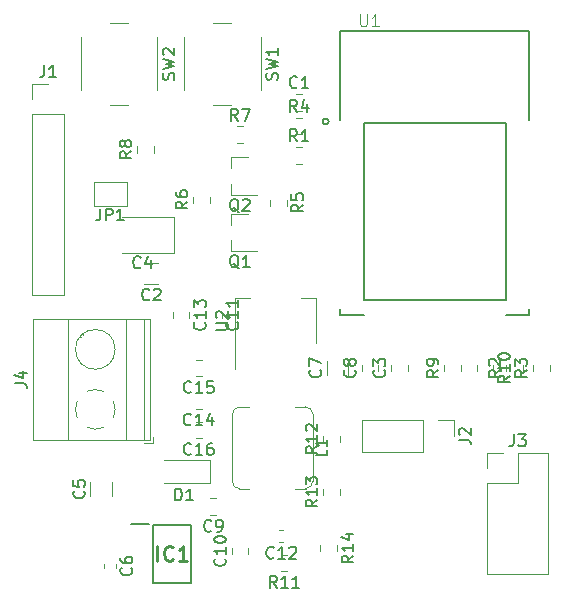
<source format=gbr>
G04 #@! TF.GenerationSoftware,KiCad,Pcbnew,(5.1.5)-3*
G04 #@! TF.CreationDate,2021-01-02T11:20:14+01:00*
G04 #@! TF.ProjectId,esp12Board,65737031-3242-46f6-9172-642e6b696361,rev?*
G04 #@! TF.SameCoordinates,Original*
G04 #@! TF.FileFunction,Legend,Top*
G04 #@! TF.FilePolarity,Positive*
%FSLAX46Y46*%
G04 Gerber Fmt 4.6, Leading zero omitted, Abs format (unit mm)*
G04 Created by KiCad (PCBNEW (5.1.5)-3) date 2021-01-02 11:20:14*
%MOMM*%
%LPD*%
G04 APERTURE LIST*
%ADD10C,0.120000*%
%ADD11C,0.127000*%
%ADD12C,0.200000*%
%ADD13C,0.150000*%
%ADD14C,0.015000*%
%ADD15C,0.254000*%
G04 APERTURE END LIST*
D10*
X40900000Y-72090000D02*
X40900000Y-71590000D01*
X40160000Y-72090000D02*
X40900000Y-72090000D01*
X37023000Y-65397000D02*
X37069000Y-65444000D01*
X34725000Y-63100000D02*
X34761000Y-63135000D01*
X37239000Y-65204000D02*
X37274000Y-65239000D01*
X34931000Y-62895000D02*
X34977000Y-62942000D01*
X30739000Y-61570000D02*
X40660000Y-61570000D01*
X30739000Y-71850000D02*
X40660000Y-71850000D01*
X40660000Y-71850000D02*
X40660000Y-61570000D01*
X30739000Y-71850000D02*
X30739000Y-61570000D01*
X33699000Y-71850000D02*
X33699000Y-61570000D01*
X38600000Y-71850000D02*
X38600000Y-61570000D01*
X40100000Y-71850000D02*
X40100000Y-61570000D01*
X37680000Y-64170000D02*
G75*
G03X37680000Y-64170000I-1680000J0D01*
G01*
X37680253Y-69221195D02*
G75*
G02X37535000Y-69934000I-1680253J-28805D01*
G01*
X36683042Y-70785426D02*
G75*
G02X35316000Y-70785000I-683042J1535426D01*
G01*
X34464574Y-69933042D02*
G75*
G02X34465000Y-68566000I1535426J683042D01*
G01*
X35316958Y-67714574D02*
G75*
G02X36684000Y-67715000I683042J-1535426D01*
G01*
X37534756Y-68566682D02*
G75*
G02X37680000Y-69250000I-1534756J-683318D01*
G01*
X47840000Y-65850000D02*
X47840000Y-59840000D01*
X54660000Y-63600000D02*
X54660000Y-59840000D01*
X47840000Y-59840000D02*
X49100000Y-59840000D01*
X54660000Y-59840000D02*
X53400000Y-59840000D01*
D11*
X55750000Y-44875000D02*
G75*
G03X55750000Y-44875000I-250000J0D01*
G01*
X72750000Y-61250000D02*
X70750000Y-61250000D01*
X72750000Y-60750000D02*
X72750000Y-61250000D01*
X56750000Y-61250000D02*
X58750000Y-61250000D01*
X56750000Y-60750000D02*
X56750000Y-61250000D01*
X72750000Y-37250000D02*
X72750000Y-44750000D01*
X56750000Y-37250000D02*
X72750000Y-37250000D01*
X56750000Y-44750000D02*
X56750000Y-37250000D01*
X58750000Y-60010000D02*
X58750000Y-45010000D01*
X70750000Y-60010000D02*
X58750000Y-60010000D01*
X70750000Y-45010000D02*
X70750000Y-60010000D01*
X58750000Y-45010000D02*
X70750000Y-45010000D01*
D10*
X37250000Y-43500000D02*
X38750000Y-43500000D01*
X41250000Y-42250000D02*
X41250000Y-37750000D01*
X38750000Y-36500000D02*
X37250000Y-36500000D01*
X34750000Y-37750000D02*
X34750000Y-42250000D01*
X46000000Y-43500000D02*
X47500000Y-43500000D01*
X50000000Y-42250000D02*
X50000000Y-37750000D01*
X47500000Y-36500000D02*
X46000000Y-36500000D01*
X43500000Y-37750000D02*
X43500000Y-42250000D01*
X55040000Y-80738748D02*
X55040000Y-81261252D01*
X56460000Y-80738748D02*
X56460000Y-81261252D01*
X56710000Y-76511252D02*
X56710000Y-75988748D01*
X55290000Y-76511252D02*
X55290000Y-75988748D01*
X56710000Y-72011252D02*
X56710000Y-71488748D01*
X55290000Y-72011252D02*
X55290000Y-71488748D01*
X52261252Y-81540000D02*
X51738748Y-81540000D01*
X52261252Y-82960000D02*
X51738748Y-82960000D01*
X68290000Y-65488748D02*
X68290000Y-66011252D01*
X69710000Y-65488748D02*
X69710000Y-66011252D01*
X66960000Y-66011252D02*
X66960000Y-65488748D01*
X65540000Y-66011252D02*
X65540000Y-65488748D01*
X40960000Y-47511252D02*
X40960000Y-46988748D01*
X39540000Y-47511252D02*
X39540000Y-46988748D01*
X47988748Y-46710000D02*
X48511252Y-46710000D01*
X47988748Y-45290000D02*
X48511252Y-45290000D01*
X45710000Y-51761252D02*
X45710000Y-51238748D01*
X44290000Y-51761252D02*
X44290000Y-51238748D01*
X50790000Y-51488748D02*
X50790000Y-52011252D01*
X52210000Y-51488748D02*
X52210000Y-52011252D01*
X52988748Y-45960000D02*
X53511252Y-45960000D01*
X52988748Y-44540000D02*
X53511252Y-44540000D01*
X74460000Y-66011252D02*
X74460000Y-65488748D01*
X73040000Y-66011252D02*
X73040000Y-65488748D01*
X72210000Y-66011252D02*
X72210000Y-65488748D01*
X70790000Y-66011252D02*
X70790000Y-65488748D01*
X52988748Y-48460000D02*
X53511252Y-48460000D01*
X52988748Y-47040000D02*
X53511252Y-47040000D01*
X47490000Y-47920000D02*
X48950000Y-47920000D01*
X47490000Y-51080000D02*
X49650000Y-51080000D01*
X47490000Y-51080000D02*
X47490000Y-50150000D01*
X47490000Y-47920000D02*
X47490000Y-48850000D01*
X47490000Y-52670000D02*
X48950000Y-52670000D01*
X47490000Y-55830000D02*
X49650000Y-55830000D01*
X47490000Y-55830000D02*
X47490000Y-54900000D01*
X47490000Y-52670000D02*
X47490000Y-53600000D01*
X52950000Y-69040000D02*
X53800000Y-69040000D01*
X53800000Y-75960000D02*
X52950000Y-75960000D01*
X48250000Y-69040000D02*
X49050000Y-69040000D01*
X47590000Y-75350000D02*
X47590000Y-69700000D01*
X49050000Y-75960000D02*
X48200000Y-75960000D01*
X48200000Y-75960000D02*
G75*
G02X47590000Y-75350000I0J610000D01*
G01*
X47590000Y-69700000D02*
G75*
G02X48250000Y-69040000I660000J0D01*
G01*
X54410000Y-69650000D02*
X54410000Y-75350000D01*
X54410000Y-75350000D02*
G75*
G02X53800000Y-75960000I-610000J0D01*
G01*
X53800000Y-69040000D02*
G75*
G02X54410000Y-69650000I0J-610000D01*
G01*
X38650000Y-52000000D02*
X35850000Y-52000000D01*
X35850000Y-52000000D02*
X35850000Y-50000000D01*
X35850000Y-50000000D02*
X38650000Y-50000000D01*
X38650000Y-50000000D02*
X38650000Y-52000000D01*
X69170000Y-72920000D02*
X70500000Y-72920000D01*
X69170000Y-74250000D02*
X69170000Y-72920000D01*
X71770000Y-72920000D02*
X74370000Y-72920000D01*
X71770000Y-75520000D02*
X71770000Y-72920000D01*
X69170000Y-75520000D02*
X71770000Y-75520000D01*
X74370000Y-72920000D02*
X74370000Y-83200000D01*
X69170000Y-75520000D02*
X69170000Y-83200000D01*
X69170000Y-83200000D02*
X74370000Y-83200000D01*
X66330000Y-70170000D02*
X66330000Y-71500000D01*
X65000000Y-70170000D02*
X66330000Y-70170000D01*
X63730000Y-70170000D02*
X63730000Y-72830000D01*
X63730000Y-72830000D02*
X58590000Y-72830000D01*
X63730000Y-70170000D02*
X58590000Y-70170000D01*
X58590000Y-70170000D02*
X58590000Y-72830000D01*
X30670000Y-41670000D02*
X32000000Y-41670000D01*
X30670000Y-43000000D02*
X30670000Y-41670000D01*
X30670000Y-44270000D02*
X33330000Y-44270000D01*
X33330000Y-44270000D02*
X33330000Y-59570000D01*
X30670000Y-44270000D02*
X30670000Y-59570000D01*
X30670000Y-59570000D02*
X33330000Y-59570000D01*
D12*
X39025000Y-78920000D02*
X40550000Y-78920000D01*
X40900000Y-83950000D02*
X40900000Y-79050000D01*
X44100000Y-83950000D02*
X40900000Y-83950000D01*
X44100000Y-79050000D02*
X44100000Y-83950000D01*
X40900000Y-79050000D02*
X44100000Y-79050000D01*
D10*
X45750000Y-75500000D02*
X41850000Y-75500000D01*
X45750000Y-73500000D02*
X41850000Y-73500000D01*
X45750000Y-75500000D02*
X45750000Y-73500000D01*
X45011252Y-70290000D02*
X44488748Y-70290000D01*
X45011252Y-71710000D02*
X44488748Y-71710000D01*
X45011252Y-65040000D02*
X44488748Y-65040000D01*
X45011252Y-66460000D02*
X44488748Y-66460000D01*
X45011252Y-67790000D02*
X44488748Y-67790000D01*
X45011252Y-69210000D02*
X44488748Y-69210000D01*
X42540000Y-60988748D02*
X42540000Y-61511252D01*
X43960000Y-60988748D02*
X43960000Y-61511252D01*
X51921267Y-79490000D02*
X51578733Y-79490000D01*
X51921267Y-80510000D02*
X51578733Y-80510000D01*
X45290000Y-60988748D02*
X45290000Y-61511252D01*
X46710000Y-60988748D02*
X46710000Y-61511252D01*
X48960000Y-81511252D02*
X48960000Y-80988748D01*
X47540000Y-81511252D02*
X47540000Y-80988748D01*
X46261252Y-76790000D02*
X45738748Y-76790000D01*
X46261252Y-78210000D02*
X45738748Y-78210000D01*
X59960000Y-66011252D02*
X59960000Y-65488748D01*
X58540000Y-66011252D02*
X58540000Y-65488748D01*
X57410000Y-66352064D02*
X57410000Y-65147936D01*
X55590000Y-66352064D02*
X55590000Y-65147936D01*
X36740000Y-82328733D02*
X36740000Y-82671267D01*
X37760000Y-82328733D02*
X37760000Y-82671267D01*
X37410000Y-76602064D02*
X37410000Y-75397936D01*
X35590000Y-76602064D02*
X35590000Y-75397936D01*
X42635000Y-52990000D02*
X38250000Y-52990000D01*
X42635000Y-56010000D02*
X42635000Y-52990000D01*
X38250000Y-56010000D02*
X42635000Y-56010000D01*
X62460000Y-66011252D02*
X62460000Y-65488748D01*
X61040000Y-66011252D02*
X61040000Y-65488748D01*
X41352064Y-56840000D02*
X40147936Y-56840000D01*
X41352064Y-58660000D02*
X40147936Y-58660000D01*
X52988748Y-43960000D02*
X53511252Y-43960000D01*
X52988748Y-42540000D02*
X53511252Y-42540000D01*
D13*
X29192380Y-67043333D02*
X29906666Y-67043333D01*
X30049523Y-67090952D01*
X30144761Y-67186190D01*
X30192380Y-67329047D01*
X30192380Y-67424285D01*
X29525714Y-66138571D02*
X30192380Y-66138571D01*
X29144761Y-66376666D02*
X29859047Y-66614761D01*
X29859047Y-65995714D01*
X46202380Y-62511904D02*
X47011904Y-62511904D01*
X47107142Y-62464285D01*
X47154761Y-62416666D01*
X47202380Y-62321428D01*
X47202380Y-62130952D01*
X47154761Y-62035714D01*
X47107142Y-61988095D01*
X47011904Y-61940476D01*
X46202380Y-61940476D01*
X46297619Y-61511904D02*
X46250000Y-61464285D01*
X46202380Y-61369047D01*
X46202380Y-61130952D01*
X46250000Y-61035714D01*
X46297619Y-60988095D01*
X46392857Y-60940476D01*
X46488095Y-60940476D01*
X46630952Y-60988095D01*
X47202380Y-61559523D01*
X47202380Y-60940476D01*
D14*
X58408217Y-35804368D02*
X58408217Y-36614516D01*
X58455872Y-36709828D01*
X58503528Y-36757484D01*
X58598840Y-36805140D01*
X58789463Y-36805140D01*
X58884775Y-36757484D01*
X58932430Y-36709828D01*
X58980086Y-36614516D01*
X58980086Y-35804368D01*
X59980858Y-36805140D02*
X59408989Y-36805140D01*
X59694923Y-36805140D02*
X59694923Y-35804368D01*
X59599612Y-35947335D01*
X59504300Y-36042647D01*
X59408989Y-36090303D01*
D13*
X42654761Y-41333333D02*
X42702380Y-41190476D01*
X42702380Y-40952380D01*
X42654761Y-40857142D01*
X42607142Y-40809523D01*
X42511904Y-40761904D01*
X42416666Y-40761904D01*
X42321428Y-40809523D01*
X42273809Y-40857142D01*
X42226190Y-40952380D01*
X42178571Y-41142857D01*
X42130952Y-41238095D01*
X42083333Y-41285714D01*
X41988095Y-41333333D01*
X41892857Y-41333333D01*
X41797619Y-41285714D01*
X41750000Y-41238095D01*
X41702380Y-41142857D01*
X41702380Y-40904761D01*
X41750000Y-40761904D01*
X41702380Y-40428571D02*
X42702380Y-40190476D01*
X41988095Y-40000000D01*
X42702380Y-39809523D01*
X41702380Y-39571428D01*
X41797619Y-39238095D02*
X41750000Y-39190476D01*
X41702380Y-39095238D01*
X41702380Y-38857142D01*
X41750000Y-38761904D01*
X41797619Y-38714285D01*
X41892857Y-38666666D01*
X41988095Y-38666666D01*
X42130952Y-38714285D01*
X42702380Y-39285714D01*
X42702380Y-38666666D01*
X51404761Y-41333333D02*
X51452380Y-41190476D01*
X51452380Y-40952380D01*
X51404761Y-40857142D01*
X51357142Y-40809523D01*
X51261904Y-40761904D01*
X51166666Y-40761904D01*
X51071428Y-40809523D01*
X51023809Y-40857142D01*
X50976190Y-40952380D01*
X50928571Y-41142857D01*
X50880952Y-41238095D01*
X50833333Y-41285714D01*
X50738095Y-41333333D01*
X50642857Y-41333333D01*
X50547619Y-41285714D01*
X50500000Y-41238095D01*
X50452380Y-41142857D01*
X50452380Y-40904761D01*
X50500000Y-40761904D01*
X50452380Y-40428571D02*
X51452380Y-40190476D01*
X50738095Y-40000000D01*
X51452380Y-39809523D01*
X50452380Y-39571428D01*
X51452380Y-38666666D02*
X51452380Y-39238095D01*
X51452380Y-38952380D02*
X50452380Y-38952380D01*
X50595238Y-39047619D01*
X50690476Y-39142857D01*
X50738095Y-39238095D01*
X57852380Y-81642857D02*
X57376190Y-81976190D01*
X57852380Y-82214285D02*
X56852380Y-82214285D01*
X56852380Y-81833333D01*
X56900000Y-81738095D01*
X56947619Y-81690476D01*
X57042857Y-81642857D01*
X57185714Y-81642857D01*
X57280952Y-81690476D01*
X57328571Y-81738095D01*
X57376190Y-81833333D01*
X57376190Y-82214285D01*
X57852380Y-80690476D02*
X57852380Y-81261904D01*
X57852380Y-80976190D02*
X56852380Y-80976190D01*
X56995238Y-81071428D01*
X57090476Y-81166666D01*
X57138095Y-81261904D01*
X57185714Y-79833333D02*
X57852380Y-79833333D01*
X56804761Y-80071428D02*
X57519047Y-80309523D01*
X57519047Y-79690476D01*
X54802380Y-76892857D02*
X54326190Y-77226190D01*
X54802380Y-77464285D02*
X53802380Y-77464285D01*
X53802380Y-77083333D01*
X53850000Y-76988095D01*
X53897619Y-76940476D01*
X53992857Y-76892857D01*
X54135714Y-76892857D01*
X54230952Y-76940476D01*
X54278571Y-76988095D01*
X54326190Y-77083333D01*
X54326190Y-77464285D01*
X54802380Y-75940476D02*
X54802380Y-76511904D01*
X54802380Y-76226190D02*
X53802380Y-76226190D01*
X53945238Y-76321428D01*
X54040476Y-76416666D01*
X54088095Y-76511904D01*
X53802380Y-75607142D02*
X53802380Y-74988095D01*
X54183333Y-75321428D01*
X54183333Y-75178571D01*
X54230952Y-75083333D01*
X54278571Y-75035714D01*
X54373809Y-74988095D01*
X54611904Y-74988095D01*
X54707142Y-75035714D01*
X54754761Y-75083333D01*
X54802380Y-75178571D01*
X54802380Y-75464285D01*
X54754761Y-75559523D01*
X54707142Y-75607142D01*
X54802380Y-72392857D02*
X54326190Y-72726190D01*
X54802380Y-72964285D02*
X53802380Y-72964285D01*
X53802380Y-72583333D01*
X53850000Y-72488095D01*
X53897619Y-72440476D01*
X53992857Y-72392857D01*
X54135714Y-72392857D01*
X54230952Y-72440476D01*
X54278571Y-72488095D01*
X54326190Y-72583333D01*
X54326190Y-72964285D01*
X54802380Y-71440476D02*
X54802380Y-72011904D01*
X54802380Y-71726190D02*
X53802380Y-71726190D01*
X53945238Y-71821428D01*
X54040476Y-71916666D01*
X54088095Y-72011904D01*
X53897619Y-71059523D02*
X53850000Y-71011904D01*
X53802380Y-70916666D01*
X53802380Y-70678571D01*
X53850000Y-70583333D01*
X53897619Y-70535714D01*
X53992857Y-70488095D01*
X54088095Y-70488095D01*
X54230952Y-70535714D01*
X54802380Y-71107142D01*
X54802380Y-70488095D01*
X51357142Y-84352380D02*
X51023809Y-83876190D01*
X50785714Y-84352380D02*
X50785714Y-83352380D01*
X51166666Y-83352380D01*
X51261904Y-83400000D01*
X51309523Y-83447619D01*
X51357142Y-83542857D01*
X51357142Y-83685714D01*
X51309523Y-83780952D01*
X51261904Y-83828571D01*
X51166666Y-83876190D01*
X50785714Y-83876190D01*
X52309523Y-84352380D02*
X51738095Y-84352380D01*
X52023809Y-84352380D02*
X52023809Y-83352380D01*
X51928571Y-83495238D01*
X51833333Y-83590476D01*
X51738095Y-83638095D01*
X53261904Y-84352380D02*
X52690476Y-84352380D01*
X52976190Y-84352380D02*
X52976190Y-83352380D01*
X52880952Y-83495238D01*
X52785714Y-83590476D01*
X52690476Y-83638095D01*
X71102380Y-66392857D02*
X70626190Y-66726190D01*
X71102380Y-66964285D02*
X70102380Y-66964285D01*
X70102380Y-66583333D01*
X70150000Y-66488095D01*
X70197619Y-66440476D01*
X70292857Y-66392857D01*
X70435714Y-66392857D01*
X70530952Y-66440476D01*
X70578571Y-66488095D01*
X70626190Y-66583333D01*
X70626190Y-66964285D01*
X71102380Y-65440476D02*
X71102380Y-66011904D01*
X71102380Y-65726190D02*
X70102380Y-65726190D01*
X70245238Y-65821428D01*
X70340476Y-65916666D01*
X70388095Y-66011904D01*
X70102380Y-64821428D02*
X70102380Y-64726190D01*
X70150000Y-64630952D01*
X70197619Y-64583333D01*
X70292857Y-64535714D01*
X70483333Y-64488095D01*
X70721428Y-64488095D01*
X70911904Y-64535714D01*
X71007142Y-64583333D01*
X71054761Y-64630952D01*
X71102380Y-64726190D01*
X71102380Y-64821428D01*
X71054761Y-64916666D01*
X71007142Y-64964285D01*
X70911904Y-65011904D01*
X70721428Y-65059523D01*
X70483333Y-65059523D01*
X70292857Y-65011904D01*
X70197619Y-64964285D01*
X70150000Y-64916666D01*
X70102380Y-64821428D01*
X65052380Y-65916666D02*
X64576190Y-66250000D01*
X65052380Y-66488095D02*
X64052380Y-66488095D01*
X64052380Y-66107142D01*
X64100000Y-66011904D01*
X64147619Y-65964285D01*
X64242857Y-65916666D01*
X64385714Y-65916666D01*
X64480952Y-65964285D01*
X64528571Y-66011904D01*
X64576190Y-66107142D01*
X64576190Y-66488095D01*
X65052380Y-65440476D02*
X65052380Y-65250000D01*
X65004761Y-65154761D01*
X64957142Y-65107142D01*
X64814285Y-65011904D01*
X64623809Y-64964285D01*
X64242857Y-64964285D01*
X64147619Y-65011904D01*
X64100000Y-65059523D01*
X64052380Y-65154761D01*
X64052380Y-65345238D01*
X64100000Y-65440476D01*
X64147619Y-65488095D01*
X64242857Y-65535714D01*
X64480952Y-65535714D01*
X64576190Y-65488095D01*
X64623809Y-65440476D01*
X64671428Y-65345238D01*
X64671428Y-65154761D01*
X64623809Y-65059523D01*
X64576190Y-65011904D01*
X64480952Y-64964285D01*
X39052380Y-47416666D02*
X38576190Y-47750000D01*
X39052380Y-47988095D02*
X38052380Y-47988095D01*
X38052380Y-47607142D01*
X38100000Y-47511904D01*
X38147619Y-47464285D01*
X38242857Y-47416666D01*
X38385714Y-47416666D01*
X38480952Y-47464285D01*
X38528571Y-47511904D01*
X38576190Y-47607142D01*
X38576190Y-47988095D01*
X38480952Y-46845238D02*
X38433333Y-46940476D01*
X38385714Y-46988095D01*
X38290476Y-47035714D01*
X38242857Y-47035714D01*
X38147619Y-46988095D01*
X38100000Y-46940476D01*
X38052380Y-46845238D01*
X38052380Y-46654761D01*
X38100000Y-46559523D01*
X38147619Y-46511904D01*
X38242857Y-46464285D01*
X38290476Y-46464285D01*
X38385714Y-46511904D01*
X38433333Y-46559523D01*
X38480952Y-46654761D01*
X38480952Y-46845238D01*
X38528571Y-46940476D01*
X38576190Y-46988095D01*
X38671428Y-47035714D01*
X38861904Y-47035714D01*
X38957142Y-46988095D01*
X39004761Y-46940476D01*
X39052380Y-46845238D01*
X39052380Y-46654761D01*
X39004761Y-46559523D01*
X38957142Y-46511904D01*
X38861904Y-46464285D01*
X38671428Y-46464285D01*
X38576190Y-46511904D01*
X38528571Y-46559523D01*
X38480952Y-46654761D01*
X48083333Y-44802380D02*
X47750000Y-44326190D01*
X47511904Y-44802380D02*
X47511904Y-43802380D01*
X47892857Y-43802380D01*
X47988095Y-43850000D01*
X48035714Y-43897619D01*
X48083333Y-43992857D01*
X48083333Y-44135714D01*
X48035714Y-44230952D01*
X47988095Y-44278571D01*
X47892857Y-44326190D01*
X47511904Y-44326190D01*
X48416666Y-43802380D02*
X49083333Y-43802380D01*
X48654761Y-44802380D01*
X43802380Y-51666666D02*
X43326190Y-52000000D01*
X43802380Y-52238095D02*
X42802380Y-52238095D01*
X42802380Y-51857142D01*
X42850000Y-51761904D01*
X42897619Y-51714285D01*
X42992857Y-51666666D01*
X43135714Y-51666666D01*
X43230952Y-51714285D01*
X43278571Y-51761904D01*
X43326190Y-51857142D01*
X43326190Y-52238095D01*
X42802380Y-50809523D02*
X42802380Y-51000000D01*
X42850000Y-51095238D01*
X42897619Y-51142857D01*
X43040476Y-51238095D01*
X43230952Y-51285714D01*
X43611904Y-51285714D01*
X43707142Y-51238095D01*
X43754761Y-51190476D01*
X43802380Y-51095238D01*
X43802380Y-50904761D01*
X43754761Y-50809523D01*
X43707142Y-50761904D01*
X43611904Y-50714285D01*
X43373809Y-50714285D01*
X43278571Y-50761904D01*
X43230952Y-50809523D01*
X43183333Y-50904761D01*
X43183333Y-51095238D01*
X43230952Y-51190476D01*
X43278571Y-51238095D01*
X43373809Y-51285714D01*
X53602380Y-51916666D02*
X53126190Y-52250000D01*
X53602380Y-52488095D02*
X52602380Y-52488095D01*
X52602380Y-52107142D01*
X52650000Y-52011904D01*
X52697619Y-51964285D01*
X52792857Y-51916666D01*
X52935714Y-51916666D01*
X53030952Y-51964285D01*
X53078571Y-52011904D01*
X53126190Y-52107142D01*
X53126190Y-52488095D01*
X52602380Y-51011904D02*
X52602380Y-51488095D01*
X53078571Y-51535714D01*
X53030952Y-51488095D01*
X52983333Y-51392857D01*
X52983333Y-51154761D01*
X53030952Y-51059523D01*
X53078571Y-51011904D01*
X53173809Y-50964285D01*
X53411904Y-50964285D01*
X53507142Y-51011904D01*
X53554761Y-51059523D01*
X53602380Y-51154761D01*
X53602380Y-51392857D01*
X53554761Y-51488095D01*
X53507142Y-51535714D01*
X53083333Y-44052380D02*
X52750000Y-43576190D01*
X52511904Y-44052380D02*
X52511904Y-43052380D01*
X52892857Y-43052380D01*
X52988095Y-43100000D01*
X53035714Y-43147619D01*
X53083333Y-43242857D01*
X53083333Y-43385714D01*
X53035714Y-43480952D01*
X52988095Y-43528571D01*
X52892857Y-43576190D01*
X52511904Y-43576190D01*
X53940476Y-43385714D02*
X53940476Y-44052380D01*
X53702380Y-43004761D02*
X53464285Y-43719047D01*
X54083333Y-43719047D01*
X72552380Y-65916666D02*
X72076190Y-66250000D01*
X72552380Y-66488095D02*
X71552380Y-66488095D01*
X71552380Y-66107142D01*
X71600000Y-66011904D01*
X71647619Y-65964285D01*
X71742857Y-65916666D01*
X71885714Y-65916666D01*
X71980952Y-65964285D01*
X72028571Y-66011904D01*
X72076190Y-66107142D01*
X72076190Y-66488095D01*
X71552380Y-65583333D02*
X71552380Y-64964285D01*
X71933333Y-65297619D01*
X71933333Y-65154761D01*
X71980952Y-65059523D01*
X72028571Y-65011904D01*
X72123809Y-64964285D01*
X72361904Y-64964285D01*
X72457142Y-65011904D01*
X72504761Y-65059523D01*
X72552380Y-65154761D01*
X72552380Y-65440476D01*
X72504761Y-65535714D01*
X72457142Y-65583333D01*
X70302380Y-65916666D02*
X69826190Y-66250000D01*
X70302380Y-66488095D02*
X69302380Y-66488095D01*
X69302380Y-66107142D01*
X69350000Y-66011904D01*
X69397619Y-65964285D01*
X69492857Y-65916666D01*
X69635714Y-65916666D01*
X69730952Y-65964285D01*
X69778571Y-66011904D01*
X69826190Y-66107142D01*
X69826190Y-66488095D01*
X69397619Y-65535714D02*
X69350000Y-65488095D01*
X69302380Y-65392857D01*
X69302380Y-65154761D01*
X69350000Y-65059523D01*
X69397619Y-65011904D01*
X69492857Y-64964285D01*
X69588095Y-64964285D01*
X69730952Y-65011904D01*
X70302380Y-65583333D01*
X70302380Y-64964285D01*
X53083333Y-46552380D02*
X52750000Y-46076190D01*
X52511904Y-46552380D02*
X52511904Y-45552380D01*
X52892857Y-45552380D01*
X52988095Y-45600000D01*
X53035714Y-45647619D01*
X53083333Y-45742857D01*
X53083333Y-45885714D01*
X53035714Y-45980952D01*
X52988095Y-46028571D01*
X52892857Y-46076190D01*
X52511904Y-46076190D01*
X54035714Y-46552380D02*
X53464285Y-46552380D01*
X53750000Y-46552380D02*
X53750000Y-45552380D01*
X53654761Y-45695238D01*
X53559523Y-45790476D01*
X53464285Y-45838095D01*
X48154761Y-52547619D02*
X48059523Y-52500000D01*
X47964285Y-52404761D01*
X47821428Y-52261904D01*
X47726190Y-52214285D01*
X47630952Y-52214285D01*
X47678571Y-52452380D02*
X47583333Y-52404761D01*
X47488095Y-52309523D01*
X47440476Y-52119047D01*
X47440476Y-51785714D01*
X47488095Y-51595238D01*
X47583333Y-51500000D01*
X47678571Y-51452380D01*
X47869047Y-51452380D01*
X47964285Y-51500000D01*
X48059523Y-51595238D01*
X48107142Y-51785714D01*
X48107142Y-52119047D01*
X48059523Y-52309523D01*
X47964285Y-52404761D01*
X47869047Y-52452380D01*
X47678571Y-52452380D01*
X48488095Y-51547619D02*
X48535714Y-51500000D01*
X48630952Y-51452380D01*
X48869047Y-51452380D01*
X48964285Y-51500000D01*
X49011904Y-51547619D01*
X49059523Y-51642857D01*
X49059523Y-51738095D01*
X49011904Y-51880952D01*
X48440476Y-52452380D01*
X49059523Y-52452380D01*
X48154761Y-57297619D02*
X48059523Y-57250000D01*
X47964285Y-57154761D01*
X47821428Y-57011904D01*
X47726190Y-56964285D01*
X47630952Y-56964285D01*
X47678571Y-57202380D02*
X47583333Y-57154761D01*
X47488095Y-57059523D01*
X47440476Y-56869047D01*
X47440476Y-56535714D01*
X47488095Y-56345238D01*
X47583333Y-56250000D01*
X47678571Y-56202380D01*
X47869047Y-56202380D01*
X47964285Y-56250000D01*
X48059523Y-56345238D01*
X48107142Y-56535714D01*
X48107142Y-56869047D01*
X48059523Y-57059523D01*
X47964285Y-57154761D01*
X47869047Y-57202380D01*
X47678571Y-57202380D01*
X49059523Y-57202380D02*
X48488095Y-57202380D01*
X48773809Y-57202380D02*
X48773809Y-56202380D01*
X48678571Y-56345238D01*
X48583333Y-56440476D01*
X48488095Y-56488095D01*
X55652380Y-72666666D02*
X55652380Y-73142857D01*
X54652380Y-73142857D01*
X55652380Y-71809523D02*
X55652380Y-72380952D01*
X55652380Y-72095238D02*
X54652380Y-72095238D01*
X54795238Y-72190476D01*
X54890476Y-72285714D01*
X54938095Y-72380952D01*
X36416666Y-52252380D02*
X36416666Y-52966666D01*
X36369047Y-53109523D01*
X36273809Y-53204761D01*
X36130952Y-53252380D01*
X36035714Y-53252380D01*
X36892857Y-53252380D02*
X36892857Y-52252380D01*
X37273809Y-52252380D01*
X37369047Y-52300000D01*
X37416666Y-52347619D01*
X37464285Y-52442857D01*
X37464285Y-52585714D01*
X37416666Y-52680952D01*
X37369047Y-52728571D01*
X37273809Y-52776190D01*
X36892857Y-52776190D01*
X38416666Y-53252380D02*
X37845238Y-53252380D01*
X38130952Y-53252380D02*
X38130952Y-52252380D01*
X38035714Y-52395238D01*
X37940476Y-52490476D01*
X37845238Y-52538095D01*
X71436666Y-71372380D02*
X71436666Y-72086666D01*
X71389047Y-72229523D01*
X71293809Y-72324761D01*
X71150952Y-72372380D01*
X71055714Y-72372380D01*
X71817619Y-71372380D02*
X72436666Y-71372380D01*
X72103333Y-71753333D01*
X72246190Y-71753333D01*
X72341428Y-71800952D01*
X72389047Y-71848571D01*
X72436666Y-71943809D01*
X72436666Y-72181904D01*
X72389047Y-72277142D01*
X72341428Y-72324761D01*
X72246190Y-72372380D01*
X71960476Y-72372380D01*
X71865238Y-72324761D01*
X71817619Y-72277142D01*
X66782380Y-71833333D02*
X67496666Y-71833333D01*
X67639523Y-71880952D01*
X67734761Y-71976190D01*
X67782380Y-72119047D01*
X67782380Y-72214285D01*
X66877619Y-71404761D02*
X66830000Y-71357142D01*
X66782380Y-71261904D01*
X66782380Y-71023809D01*
X66830000Y-70928571D01*
X66877619Y-70880952D01*
X66972857Y-70833333D01*
X67068095Y-70833333D01*
X67210952Y-70880952D01*
X67782380Y-71452380D01*
X67782380Y-70833333D01*
X31666666Y-40122380D02*
X31666666Y-40836666D01*
X31619047Y-40979523D01*
X31523809Y-41074761D01*
X31380952Y-41122380D01*
X31285714Y-41122380D01*
X32666666Y-41122380D02*
X32095238Y-41122380D01*
X32380952Y-41122380D02*
X32380952Y-40122380D01*
X32285714Y-40265238D01*
X32190476Y-40360476D01*
X32095238Y-40408095D01*
D15*
X41260238Y-82074523D02*
X41260238Y-80804523D01*
X42590714Y-81953571D02*
X42530238Y-82014047D01*
X42348809Y-82074523D01*
X42227857Y-82074523D01*
X42046428Y-82014047D01*
X41925476Y-81893095D01*
X41865000Y-81772142D01*
X41804523Y-81530238D01*
X41804523Y-81348809D01*
X41865000Y-81106904D01*
X41925476Y-80985952D01*
X42046428Y-80865000D01*
X42227857Y-80804523D01*
X42348809Y-80804523D01*
X42530238Y-80865000D01*
X42590714Y-80925476D01*
X43800238Y-82074523D02*
X43074523Y-82074523D01*
X43437380Y-82074523D02*
X43437380Y-80804523D01*
X43316428Y-80985952D01*
X43195476Y-81106904D01*
X43074523Y-81167380D01*
D13*
X42761904Y-76952380D02*
X42761904Y-75952380D01*
X43000000Y-75952380D01*
X43142857Y-76000000D01*
X43238095Y-76095238D01*
X43285714Y-76190476D01*
X43333333Y-76380952D01*
X43333333Y-76523809D01*
X43285714Y-76714285D01*
X43238095Y-76809523D01*
X43142857Y-76904761D01*
X43000000Y-76952380D01*
X42761904Y-76952380D01*
X44285714Y-76952380D02*
X43714285Y-76952380D01*
X44000000Y-76952380D02*
X44000000Y-75952380D01*
X43904761Y-76095238D01*
X43809523Y-76190476D01*
X43714285Y-76238095D01*
X44107142Y-73007142D02*
X44059523Y-73054761D01*
X43916666Y-73102380D01*
X43821428Y-73102380D01*
X43678571Y-73054761D01*
X43583333Y-72959523D01*
X43535714Y-72864285D01*
X43488095Y-72673809D01*
X43488095Y-72530952D01*
X43535714Y-72340476D01*
X43583333Y-72245238D01*
X43678571Y-72150000D01*
X43821428Y-72102380D01*
X43916666Y-72102380D01*
X44059523Y-72150000D01*
X44107142Y-72197619D01*
X45059523Y-73102380D02*
X44488095Y-73102380D01*
X44773809Y-73102380D02*
X44773809Y-72102380D01*
X44678571Y-72245238D01*
X44583333Y-72340476D01*
X44488095Y-72388095D01*
X45916666Y-72102380D02*
X45726190Y-72102380D01*
X45630952Y-72150000D01*
X45583333Y-72197619D01*
X45488095Y-72340476D01*
X45440476Y-72530952D01*
X45440476Y-72911904D01*
X45488095Y-73007142D01*
X45535714Y-73054761D01*
X45630952Y-73102380D01*
X45821428Y-73102380D01*
X45916666Y-73054761D01*
X45964285Y-73007142D01*
X46011904Y-72911904D01*
X46011904Y-72673809D01*
X45964285Y-72578571D01*
X45916666Y-72530952D01*
X45821428Y-72483333D01*
X45630952Y-72483333D01*
X45535714Y-72530952D01*
X45488095Y-72578571D01*
X45440476Y-72673809D01*
X44107142Y-67757142D02*
X44059523Y-67804761D01*
X43916666Y-67852380D01*
X43821428Y-67852380D01*
X43678571Y-67804761D01*
X43583333Y-67709523D01*
X43535714Y-67614285D01*
X43488095Y-67423809D01*
X43488095Y-67280952D01*
X43535714Y-67090476D01*
X43583333Y-66995238D01*
X43678571Y-66900000D01*
X43821428Y-66852380D01*
X43916666Y-66852380D01*
X44059523Y-66900000D01*
X44107142Y-66947619D01*
X45059523Y-67852380D02*
X44488095Y-67852380D01*
X44773809Y-67852380D02*
X44773809Y-66852380D01*
X44678571Y-66995238D01*
X44583333Y-67090476D01*
X44488095Y-67138095D01*
X45964285Y-66852380D02*
X45488095Y-66852380D01*
X45440476Y-67328571D01*
X45488095Y-67280952D01*
X45583333Y-67233333D01*
X45821428Y-67233333D01*
X45916666Y-67280952D01*
X45964285Y-67328571D01*
X46011904Y-67423809D01*
X46011904Y-67661904D01*
X45964285Y-67757142D01*
X45916666Y-67804761D01*
X45821428Y-67852380D01*
X45583333Y-67852380D01*
X45488095Y-67804761D01*
X45440476Y-67757142D01*
X44107142Y-70507142D02*
X44059523Y-70554761D01*
X43916666Y-70602380D01*
X43821428Y-70602380D01*
X43678571Y-70554761D01*
X43583333Y-70459523D01*
X43535714Y-70364285D01*
X43488095Y-70173809D01*
X43488095Y-70030952D01*
X43535714Y-69840476D01*
X43583333Y-69745238D01*
X43678571Y-69650000D01*
X43821428Y-69602380D01*
X43916666Y-69602380D01*
X44059523Y-69650000D01*
X44107142Y-69697619D01*
X45059523Y-70602380D02*
X44488095Y-70602380D01*
X44773809Y-70602380D02*
X44773809Y-69602380D01*
X44678571Y-69745238D01*
X44583333Y-69840476D01*
X44488095Y-69888095D01*
X45916666Y-69935714D02*
X45916666Y-70602380D01*
X45678571Y-69554761D02*
X45440476Y-70269047D01*
X46059523Y-70269047D01*
X45257142Y-61892857D02*
X45304761Y-61940476D01*
X45352380Y-62083333D01*
X45352380Y-62178571D01*
X45304761Y-62321428D01*
X45209523Y-62416666D01*
X45114285Y-62464285D01*
X44923809Y-62511904D01*
X44780952Y-62511904D01*
X44590476Y-62464285D01*
X44495238Y-62416666D01*
X44400000Y-62321428D01*
X44352380Y-62178571D01*
X44352380Y-62083333D01*
X44400000Y-61940476D01*
X44447619Y-61892857D01*
X45352380Y-60940476D02*
X45352380Y-61511904D01*
X45352380Y-61226190D02*
X44352380Y-61226190D01*
X44495238Y-61321428D01*
X44590476Y-61416666D01*
X44638095Y-61511904D01*
X44352380Y-60607142D02*
X44352380Y-59988095D01*
X44733333Y-60321428D01*
X44733333Y-60178571D01*
X44780952Y-60083333D01*
X44828571Y-60035714D01*
X44923809Y-59988095D01*
X45161904Y-59988095D01*
X45257142Y-60035714D01*
X45304761Y-60083333D01*
X45352380Y-60178571D01*
X45352380Y-60464285D01*
X45304761Y-60559523D01*
X45257142Y-60607142D01*
X51107142Y-81787142D02*
X51059523Y-81834761D01*
X50916666Y-81882380D01*
X50821428Y-81882380D01*
X50678571Y-81834761D01*
X50583333Y-81739523D01*
X50535714Y-81644285D01*
X50488095Y-81453809D01*
X50488095Y-81310952D01*
X50535714Y-81120476D01*
X50583333Y-81025238D01*
X50678571Y-80930000D01*
X50821428Y-80882380D01*
X50916666Y-80882380D01*
X51059523Y-80930000D01*
X51107142Y-80977619D01*
X52059523Y-81882380D02*
X51488095Y-81882380D01*
X51773809Y-81882380D02*
X51773809Y-80882380D01*
X51678571Y-81025238D01*
X51583333Y-81120476D01*
X51488095Y-81168095D01*
X52440476Y-80977619D02*
X52488095Y-80930000D01*
X52583333Y-80882380D01*
X52821428Y-80882380D01*
X52916666Y-80930000D01*
X52964285Y-80977619D01*
X53011904Y-81072857D01*
X53011904Y-81168095D01*
X52964285Y-81310952D01*
X52392857Y-81882380D01*
X53011904Y-81882380D01*
X48007142Y-61892857D02*
X48054761Y-61940476D01*
X48102380Y-62083333D01*
X48102380Y-62178571D01*
X48054761Y-62321428D01*
X47959523Y-62416666D01*
X47864285Y-62464285D01*
X47673809Y-62511904D01*
X47530952Y-62511904D01*
X47340476Y-62464285D01*
X47245238Y-62416666D01*
X47150000Y-62321428D01*
X47102380Y-62178571D01*
X47102380Y-62083333D01*
X47150000Y-61940476D01*
X47197619Y-61892857D01*
X48102380Y-60940476D02*
X48102380Y-61511904D01*
X48102380Y-61226190D02*
X47102380Y-61226190D01*
X47245238Y-61321428D01*
X47340476Y-61416666D01*
X47388095Y-61511904D01*
X48102380Y-59988095D02*
X48102380Y-60559523D01*
X48102380Y-60273809D02*
X47102380Y-60273809D01*
X47245238Y-60369047D01*
X47340476Y-60464285D01*
X47388095Y-60559523D01*
X46957142Y-81892857D02*
X47004761Y-81940476D01*
X47052380Y-82083333D01*
X47052380Y-82178571D01*
X47004761Y-82321428D01*
X46909523Y-82416666D01*
X46814285Y-82464285D01*
X46623809Y-82511904D01*
X46480952Y-82511904D01*
X46290476Y-82464285D01*
X46195238Y-82416666D01*
X46100000Y-82321428D01*
X46052380Y-82178571D01*
X46052380Y-82083333D01*
X46100000Y-81940476D01*
X46147619Y-81892857D01*
X47052380Y-80940476D02*
X47052380Y-81511904D01*
X47052380Y-81226190D02*
X46052380Y-81226190D01*
X46195238Y-81321428D01*
X46290476Y-81416666D01*
X46338095Y-81511904D01*
X46052380Y-80321428D02*
X46052380Y-80226190D01*
X46100000Y-80130952D01*
X46147619Y-80083333D01*
X46242857Y-80035714D01*
X46433333Y-79988095D01*
X46671428Y-79988095D01*
X46861904Y-80035714D01*
X46957142Y-80083333D01*
X47004761Y-80130952D01*
X47052380Y-80226190D01*
X47052380Y-80321428D01*
X47004761Y-80416666D01*
X46957142Y-80464285D01*
X46861904Y-80511904D01*
X46671428Y-80559523D01*
X46433333Y-80559523D01*
X46242857Y-80511904D01*
X46147619Y-80464285D01*
X46100000Y-80416666D01*
X46052380Y-80321428D01*
X45833333Y-79507142D02*
X45785714Y-79554761D01*
X45642857Y-79602380D01*
X45547619Y-79602380D01*
X45404761Y-79554761D01*
X45309523Y-79459523D01*
X45261904Y-79364285D01*
X45214285Y-79173809D01*
X45214285Y-79030952D01*
X45261904Y-78840476D01*
X45309523Y-78745238D01*
X45404761Y-78650000D01*
X45547619Y-78602380D01*
X45642857Y-78602380D01*
X45785714Y-78650000D01*
X45833333Y-78697619D01*
X46309523Y-79602380D02*
X46500000Y-79602380D01*
X46595238Y-79554761D01*
X46642857Y-79507142D01*
X46738095Y-79364285D01*
X46785714Y-79173809D01*
X46785714Y-78792857D01*
X46738095Y-78697619D01*
X46690476Y-78650000D01*
X46595238Y-78602380D01*
X46404761Y-78602380D01*
X46309523Y-78650000D01*
X46261904Y-78697619D01*
X46214285Y-78792857D01*
X46214285Y-79030952D01*
X46261904Y-79126190D01*
X46309523Y-79173809D01*
X46404761Y-79221428D01*
X46595238Y-79221428D01*
X46690476Y-79173809D01*
X46738095Y-79126190D01*
X46785714Y-79030952D01*
X57957142Y-65916666D02*
X58004761Y-65964285D01*
X58052380Y-66107142D01*
X58052380Y-66202380D01*
X58004761Y-66345238D01*
X57909523Y-66440476D01*
X57814285Y-66488095D01*
X57623809Y-66535714D01*
X57480952Y-66535714D01*
X57290476Y-66488095D01*
X57195238Y-66440476D01*
X57100000Y-66345238D01*
X57052380Y-66202380D01*
X57052380Y-66107142D01*
X57100000Y-65964285D01*
X57147619Y-65916666D01*
X57480952Y-65345238D02*
X57433333Y-65440476D01*
X57385714Y-65488095D01*
X57290476Y-65535714D01*
X57242857Y-65535714D01*
X57147619Y-65488095D01*
X57100000Y-65440476D01*
X57052380Y-65345238D01*
X57052380Y-65154761D01*
X57100000Y-65059523D01*
X57147619Y-65011904D01*
X57242857Y-64964285D01*
X57290476Y-64964285D01*
X57385714Y-65011904D01*
X57433333Y-65059523D01*
X57480952Y-65154761D01*
X57480952Y-65345238D01*
X57528571Y-65440476D01*
X57576190Y-65488095D01*
X57671428Y-65535714D01*
X57861904Y-65535714D01*
X57957142Y-65488095D01*
X58004761Y-65440476D01*
X58052380Y-65345238D01*
X58052380Y-65154761D01*
X58004761Y-65059523D01*
X57957142Y-65011904D01*
X57861904Y-64964285D01*
X57671428Y-64964285D01*
X57576190Y-65011904D01*
X57528571Y-65059523D01*
X57480952Y-65154761D01*
X55037142Y-65916666D02*
X55084761Y-65964285D01*
X55132380Y-66107142D01*
X55132380Y-66202380D01*
X55084761Y-66345238D01*
X54989523Y-66440476D01*
X54894285Y-66488095D01*
X54703809Y-66535714D01*
X54560952Y-66535714D01*
X54370476Y-66488095D01*
X54275238Y-66440476D01*
X54180000Y-66345238D01*
X54132380Y-66202380D01*
X54132380Y-66107142D01*
X54180000Y-65964285D01*
X54227619Y-65916666D01*
X54132380Y-65583333D02*
X54132380Y-64916666D01*
X55132380Y-65345238D01*
X39037142Y-82666666D02*
X39084761Y-82714285D01*
X39132380Y-82857142D01*
X39132380Y-82952380D01*
X39084761Y-83095238D01*
X38989523Y-83190476D01*
X38894285Y-83238095D01*
X38703809Y-83285714D01*
X38560952Y-83285714D01*
X38370476Y-83238095D01*
X38275238Y-83190476D01*
X38180000Y-83095238D01*
X38132380Y-82952380D01*
X38132380Y-82857142D01*
X38180000Y-82714285D01*
X38227619Y-82666666D01*
X38132380Y-81809523D02*
X38132380Y-82000000D01*
X38180000Y-82095238D01*
X38227619Y-82142857D01*
X38370476Y-82238095D01*
X38560952Y-82285714D01*
X38941904Y-82285714D01*
X39037142Y-82238095D01*
X39084761Y-82190476D01*
X39132380Y-82095238D01*
X39132380Y-81904761D01*
X39084761Y-81809523D01*
X39037142Y-81761904D01*
X38941904Y-81714285D01*
X38703809Y-81714285D01*
X38608571Y-81761904D01*
X38560952Y-81809523D01*
X38513333Y-81904761D01*
X38513333Y-82095238D01*
X38560952Y-82190476D01*
X38608571Y-82238095D01*
X38703809Y-82285714D01*
X35037142Y-76166666D02*
X35084761Y-76214285D01*
X35132380Y-76357142D01*
X35132380Y-76452380D01*
X35084761Y-76595238D01*
X34989523Y-76690476D01*
X34894285Y-76738095D01*
X34703809Y-76785714D01*
X34560952Y-76785714D01*
X34370476Y-76738095D01*
X34275238Y-76690476D01*
X34180000Y-76595238D01*
X34132380Y-76452380D01*
X34132380Y-76357142D01*
X34180000Y-76214285D01*
X34227619Y-76166666D01*
X34132380Y-75261904D02*
X34132380Y-75738095D01*
X34608571Y-75785714D01*
X34560952Y-75738095D01*
X34513333Y-75642857D01*
X34513333Y-75404761D01*
X34560952Y-75309523D01*
X34608571Y-75261904D01*
X34703809Y-75214285D01*
X34941904Y-75214285D01*
X35037142Y-75261904D01*
X35084761Y-75309523D01*
X35132380Y-75404761D01*
X35132380Y-75642857D01*
X35084761Y-75738095D01*
X35037142Y-75785714D01*
X39833333Y-57207142D02*
X39785714Y-57254761D01*
X39642857Y-57302380D01*
X39547619Y-57302380D01*
X39404761Y-57254761D01*
X39309523Y-57159523D01*
X39261904Y-57064285D01*
X39214285Y-56873809D01*
X39214285Y-56730952D01*
X39261904Y-56540476D01*
X39309523Y-56445238D01*
X39404761Y-56350000D01*
X39547619Y-56302380D01*
X39642857Y-56302380D01*
X39785714Y-56350000D01*
X39833333Y-56397619D01*
X40690476Y-56635714D02*
X40690476Y-57302380D01*
X40452380Y-56254761D02*
X40214285Y-56969047D01*
X40833333Y-56969047D01*
X60457142Y-65916666D02*
X60504761Y-65964285D01*
X60552380Y-66107142D01*
X60552380Y-66202380D01*
X60504761Y-66345238D01*
X60409523Y-66440476D01*
X60314285Y-66488095D01*
X60123809Y-66535714D01*
X59980952Y-66535714D01*
X59790476Y-66488095D01*
X59695238Y-66440476D01*
X59600000Y-66345238D01*
X59552380Y-66202380D01*
X59552380Y-66107142D01*
X59600000Y-65964285D01*
X59647619Y-65916666D01*
X59552380Y-65583333D02*
X59552380Y-64964285D01*
X59933333Y-65297619D01*
X59933333Y-65154761D01*
X59980952Y-65059523D01*
X60028571Y-65011904D01*
X60123809Y-64964285D01*
X60361904Y-64964285D01*
X60457142Y-65011904D01*
X60504761Y-65059523D01*
X60552380Y-65154761D01*
X60552380Y-65440476D01*
X60504761Y-65535714D01*
X60457142Y-65583333D01*
X40583333Y-59927142D02*
X40535714Y-59974761D01*
X40392857Y-60022380D01*
X40297619Y-60022380D01*
X40154761Y-59974761D01*
X40059523Y-59879523D01*
X40011904Y-59784285D01*
X39964285Y-59593809D01*
X39964285Y-59450952D01*
X40011904Y-59260476D01*
X40059523Y-59165238D01*
X40154761Y-59070000D01*
X40297619Y-59022380D01*
X40392857Y-59022380D01*
X40535714Y-59070000D01*
X40583333Y-59117619D01*
X40964285Y-59117619D02*
X41011904Y-59070000D01*
X41107142Y-59022380D01*
X41345238Y-59022380D01*
X41440476Y-59070000D01*
X41488095Y-59117619D01*
X41535714Y-59212857D01*
X41535714Y-59308095D01*
X41488095Y-59450952D01*
X40916666Y-60022380D01*
X41535714Y-60022380D01*
X53083333Y-41957142D02*
X53035714Y-42004761D01*
X52892857Y-42052380D01*
X52797619Y-42052380D01*
X52654761Y-42004761D01*
X52559523Y-41909523D01*
X52511904Y-41814285D01*
X52464285Y-41623809D01*
X52464285Y-41480952D01*
X52511904Y-41290476D01*
X52559523Y-41195238D01*
X52654761Y-41100000D01*
X52797619Y-41052380D01*
X52892857Y-41052380D01*
X53035714Y-41100000D01*
X53083333Y-41147619D01*
X54035714Y-42052380D02*
X53464285Y-42052380D01*
X53750000Y-42052380D02*
X53750000Y-41052380D01*
X53654761Y-41195238D01*
X53559523Y-41290476D01*
X53464285Y-41338095D01*
M02*

</source>
